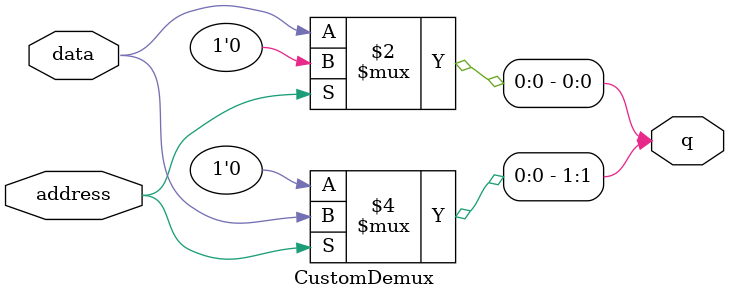
<source format=v>
module CustomDemux 
#(
    parameter CHANNELS = 2
) 
(
    input data, 
    input [$clog2(CHANNELS)-1:0] address, 
    output [CHANNELS-1:0] q
);

genvar i;

generate
    for(i=0;i<CHANNELS;i=i+1)begin : DemuxGen
        assign q[i] = (address == i) ? data : 1'b0;
    end
endgenerate

endmodule
</source>
